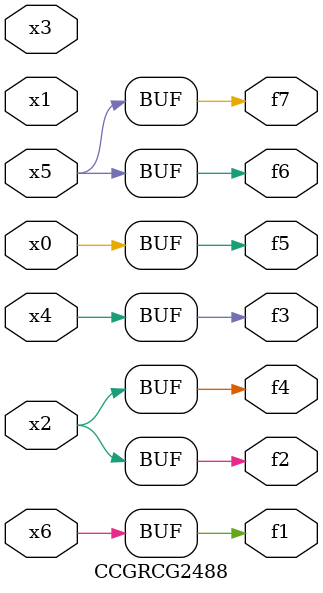
<source format=v>
module CCGRCG2488(
	input x0, x1, x2, x3, x4, x5, x6,
	output f1, f2, f3, f4, f5, f6, f7
);
	assign f1 = x6;
	assign f2 = x2;
	assign f3 = x4;
	assign f4 = x2;
	assign f5 = x0;
	assign f6 = x5;
	assign f7 = x5;
endmodule

</source>
